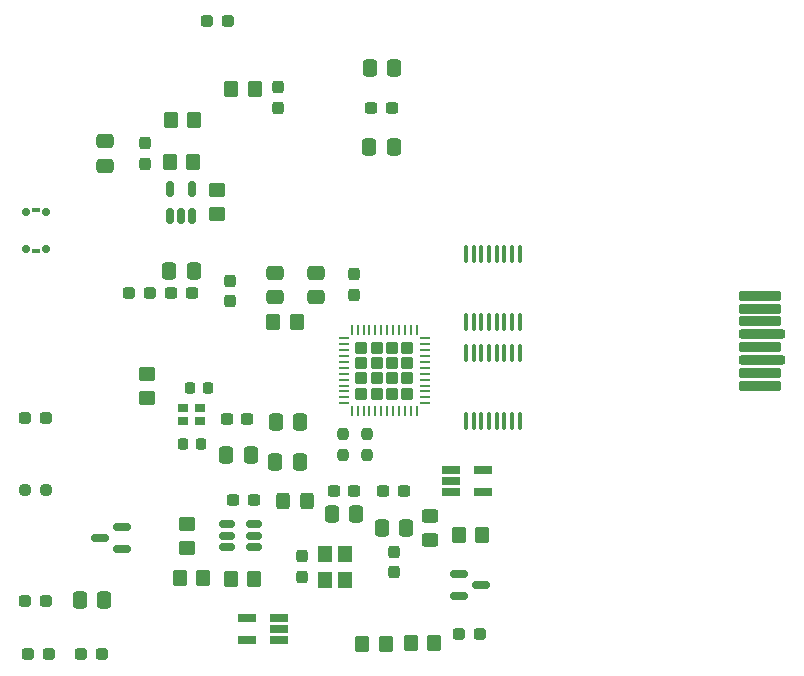
<source format=gbr>
%TF.GenerationSoftware,KiCad,Pcbnew,7.0.5*%
%TF.CreationDate,2023-07-15T17:05:49+09:00*%
%TF.ProjectId,sdmux4,73646d75-7834-42e6-9b69-6361645f7063,rev?*%
%TF.SameCoordinates,Original*%
%TF.FileFunction,Paste,Top*%
%TF.FilePolarity,Positive*%
%FSLAX46Y46*%
G04 Gerber Fmt 4.6, Leading zero omitted, Abs format (unit mm)*
G04 Created by KiCad (PCBNEW 7.0.5) date 2023-07-15 17:05:49*
%MOMM*%
%LPD*%
G01*
G04 APERTURE LIST*
G04 Aperture macros list*
%AMRoundRect*
0 Rectangle with rounded corners*
0 $1 Rounding radius*
0 $2 $3 $4 $5 $6 $7 $8 $9 X,Y pos of 4 corners*
0 Add a 4 corners polygon primitive as box body*
4,1,4,$2,$3,$4,$5,$6,$7,$8,$9,$2,$3,0*
0 Add four circle primitives for the rounded corners*
1,1,$1+$1,$2,$3*
1,1,$1+$1,$4,$5*
1,1,$1+$1,$6,$7*
1,1,$1+$1,$8,$9*
0 Add four rect primitives between the rounded corners*
20,1,$1+$1,$2,$3,$4,$5,0*
20,1,$1+$1,$4,$5,$6,$7,0*
20,1,$1+$1,$6,$7,$8,$9,0*
20,1,$1+$1,$8,$9,$2,$3,0*%
G04 Aperture macros list end*
%ADD10RoundRect,0.237500X0.237500X-0.300000X0.237500X0.300000X-0.237500X0.300000X-0.237500X-0.300000X0*%
%ADD11RoundRect,0.250000X-0.350000X-0.450000X0.350000X-0.450000X0.350000X0.450000X-0.350000X0.450000X0*%
%ADD12RoundRect,0.237500X0.287500X0.237500X-0.287500X0.237500X-0.287500X-0.237500X0.287500X-0.237500X0*%
%ADD13RoundRect,0.200000X-1.600000X0.200000X-1.600000X-0.200000X1.600000X-0.200000X1.600000X0.200000X0*%
%ADD14RoundRect,0.200000X-1.750000X0.200000X-1.750000X-0.200000X1.750000X-0.200000X1.750000X0.200000X0*%
%ADD15RoundRect,0.250000X0.350000X0.450000X-0.350000X0.450000X-0.350000X-0.450000X0.350000X-0.450000X0*%
%ADD16RoundRect,0.237500X-0.300000X-0.237500X0.300000X-0.237500X0.300000X0.237500X-0.300000X0.237500X0*%
%ADD17RoundRect,0.250000X-0.337500X-0.475000X0.337500X-0.475000X0.337500X0.475000X-0.337500X0.475000X0*%
%ADD18RoundRect,0.150000X-0.587500X-0.150000X0.587500X-0.150000X0.587500X0.150000X-0.587500X0.150000X0*%
%ADD19RoundRect,0.250000X0.337500X0.475000X-0.337500X0.475000X-0.337500X-0.475000X0.337500X-0.475000X0*%
%ADD20RoundRect,0.100000X-0.100000X0.637500X-0.100000X-0.637500X0.100000X-0.637500X0.100000X0.637500X0*%
%ADD21RoundRect,0.250000X0.270000X-0.270000X0.270000X0.270000X-0.270000X0.270000X-0.270000X-0.270000X0*%
%ADD22RoundRect,0.062500X0.062500X-0.375000X0.062500X0.375000X-0.062500X0.375000X-0.062500X-0.375000X0*%
%ADD23RoundRect,0.062500X0.375000X-0.062500X0.375000X0.062500X-0.375000X0.062500X-0.375000X-0.062500X0*%
%ADD24R,1.560000X0.650000*%
%ADD25R,0.900000X0.800000*%
%ADD26RoundRect,0.150000X-0.512500X-0.150000X0.512500X-0.150000X0.512500X0.150000X-0.512500X0.150000X0*%
%ADD27RoundRect,0.250000X-0.450000X0.350000X-0.450000X-0.350000X0.450000X-0.350000X0.450000X0.350000X0*%
%ADD28RoundRect,0.237500X-0.287500X-0.237500X0.287500X-0.237500X0.287500X0.237500X-0.287500X0.237500X0*%
%ADD29R,1.200000X1.400000*%
%ADD30RoundRect,0.150000X-0.150000X0.175000X-0.150000X-0.175000X0.150000X-0.175000X0.150000X0.175000X0*%
%ADD31RoundRect,0.087500X-0.262500X0.087500X-0.262500X-0.087500X0.262500X-0.087500X0.262500X0.087500X0*%
%ADD32RoundRect,0.250000X0.475000X-0.337500X0.475000X0.337500X-0.475000X0.337500X-0.475000X-0.337500X0*%
%ADD33RoundRect,0.225000X0.225000X0.250000X-0.225000X0.250000X-0.225000X-0.250000X0.225000X-0.250000X0*%
%ADD34RoundRect,0.150000X0.150000X-0.512500X0.150000X0.512500X-0.150000X0.512500X-0.150000X-0.512500X0*%
%ADD35RoundRect,0.250000X-0.325000X-0.450000X0.325000X-0.450000X0.325000X0.450000X-0.325000X0.450000X0*%
%ADD36RoundRect,0.250000X0.450000X-0.325000X0.450000X0.325000X-0.450000X0.325000X-0.450000X-0.325000X0*%
%ADD37RoundRect,0.237500X-0.237500X0.300000X-0.237500X-0.300000X0.237500X-0.300000X0.237500X0.300000X0*%
%ADD38RoundRect,0.237500X0.300000X0.237500X-0.300000X0.237500X-0.300000X-0.237500X0.300000X-0.237500X0*%
%ADD39RoundRect,0.237500X-0.237500X0.250000X-0.237500X-0.250000X0.237500X-0.250000X0.237500X0.250000X0*%
%ADD40RoundRect,0.250000X0.450000X-0.350000X0.450000X0.350000X-0.450000X0.350000X-0.450000X-0.350000X0*%
%ADD41RoundRect,0.237500X-0.237500X0.287500X-0.237500X-0.287500X0.237500X-0.287500X0.237500X0.287500X0*%
%ADD42RoundRect,0.237500X0.250000X0.237500X-0.250000X0.237500X-0.250000X-0.237500X0.250000X-0.237500X0*%
%ADD43RoundRect,0.150000X0.587500X0.150000X-0.587500X0.150000X-0.587500X-0.150000X0.587500X-0.150000X0*%
%ADD44RoundRect,0.225000X-0.225000X-0.250000X0.225000X-0.250000X0.225000X0.250000X-0.225000X0.250000X0*%
G04 APERTURE END LIST*
D10*
%TO.C,C408*%
X190937500Y-93555000D03*
X190937500Y-91830000D03*
%TD*%
D11*
%TO.C,R305*%
X175410000Y-78770000D03*
X177410000Y-78770000D03*
%TD*%
D12*
%TO.C,D301*%
X164875000Y-104000000D03*
X163125000Y-104000000D03*
%TD*%
D13*
%TO.C,J102*%
X225320000Y-93625000D03*
X225320000Y-94725000D03*
X225320000Y-95825000D03*
D14*
X225470000Y-96925000D03*
D13*
X225320000Y-98025000D03*
D14*
X225470000Y-99125000D03*
D13*
X225320000Y-100225000D03*
X225320000Y-101325000D03*
%TD*%
D15*
%TO.C,R304*%
X186090000Y-95850000D03*
X184090000Y-95850000D03*
%TD*%
D16*
%TO.C,C510*%
X189237500Y-110180000D03*
X190962500Y-110180000D03*
%TD*%
D10*
%TO.C,C303*%
X173280000Y-82462500D03*
X173280000Y-80737500D03*
%TD*%
D17*
%TO.C,C302*%
X175292500Y-91520000D03*
X177367500Y-91520000D03*
%TD*%
D18*
%TO.C,Q603*%
X199822500Y-117180000D03*
X199822500Y-119080000D03*
X201697500Y-118130000D03*
%TD*%
D19*
%TO.C,C411*%
X186377500Y-104320000D03*
X184302500Y-104320000D03*
%TD*%
D20*
%TO.C,U603*%
X204967000Y-98483500D03*
X204317000Y-98483500D03*
X203667000Y-98483500D03*
X203017000Y-98483500D03*
X202367000Y-98483500D03*
X201717000Y-98483500D03*
X201067000Y-98483500D03*
X200417000Y-98483500D03*
X200417000Y-104208500D03*
X201067000Y-104208500D03*
X201717000Y-104208500D03*
X202367000Y-104208500D03*
X203017000Y-104208500D03*
X203667000Y-104208500D03*
X204317000Y-104208500D03*
X204967000Y-104208500D03*
%TD*%
D16*
%TO.C,C301*%
X175467500Y-93450000D03*
X177192500Y-93450000D03*
%TD*%
D21*
%TO.C,U402*%
X191565000Y-101935000D03*
X192855000Y-101935000D03*
X194145000Y-101935000D03*
X195435000Y-101935000D03*
X191565000Y-100645000D03*
X192855000Y-100645000D03*
X194145000Y-100645000D03*
X195435000Y-100645000D03*
X191565000Y-99355000D03*
X192855000Y-99355000D03*
X194145000Y-99355000D03*
X195435000Y-99355000D03*
X191565000Y-98065000D03*
X192855000Y-98065000D03*
X194145000Y-98065000D03*
X195435000Y-98065000D03*
D22*
X190750000Y-103437500D03*
X191250000Y-103437500D03*
X191750000Y-103437500D03*
X192250000Y-103437500D03*
X192750000Y-103437500D03*
X193250000Y-103437500D03*
X193750000Y-103437500D03*
X194250000Y-103437500D03*
X194750000Y-103437500D03*
X195250000Y-103437500D03*
X195750000Y-103437500D03*
X196250000Y-103437500D03*
D23*
X196937500Y-102750000D03*
X196937500Y-102250000D03*
X196937500Y-101750000D03*
X196937500Y-101250000D03*
X196937500Y-100750000D03*
X196937500Y-100250000D03*
X196937500Y-99750000D03*
X196937500Y-99250000D03*
X196937500Y-98750000D03*
X196937500Y-98250000D03*
X196937500Y-97750000D03*
X196937500Y-97250000D03*
D22*
X196250000Y-96562500D03*
X195750000Y-96562500D03*
X195250000Y-96562500D03*
X194750000Y-96562500D03*
X194250000Y-96562500D03*
X193750000Y-96562500D03*
X193250000Y-96562500D03*
X192750000Y-96562500D03*
X192250000Y-96562500D03*
X191750000Y-96562500D03*
X191250000Y-96562500D03*
X190750000Y-96562500D03*
D23*
X190062500Y-97250000D03*
X190062500Y-97750000D03*
X190062500Y-98250000D03*
X190062500Y-98750000D03*
X190062500Y-99250000D03*
X190062500Y-99750000D03*
X190062500Y-100250000D03*
X190062500Y-100750000D03*
X190062500Y-101250000D03*
X190062500Y-101750000D03*
X190062500Y-102250000D03*
X190062500Y-102750000D03*
%TD*%
D24*
%TO.C,U601*%
X184560000Y-122810000D03*
X184560000Y-121860000D03*
X184560000Y-120910000D03*
X181860000Y-120910000D03*
X181860000Y-122810000D03*
%TD*%
D15*
%TO.C,R405*%
X182530000Y-76130000D03*
X180530000Y-76130000D03*
%TD*%
D25*
%TO.C,Y401*%
X177860000Y-103190000D03*
X176460000Y-103190000D03*
X176460000Y-104290000D03*
X177860000Y-104290000D03*
%TD*%
D19*
%TO.C,C104*%
X194307500Y-81090000D03*
X192232500Y-81090000D03*
%TD*%
D26*
%TO.C,U501*%
X180212500Y-113000000D03*
X180212500Y-113950000D03*
X180212500Y-114900000D03*
X182487500Y-114900000D03*
X182487500Y-113950000D03*
X182487500Y-113000000D03*
%TD*%
D27*
%TO.C,R303*%
X179320000Y-84700000D03*
X179320000Y-86700000D03*
%TD*%
D28*
%TO.C,D201*%
X163125000Y-119500000D03*
X164875000Y-119500000D03*
%TD*%
D29*
%TO.C,Y501*%
X188460000Y-115490000D03*
X188460000Y-117690000D03*
X190160000Y-117690000D03*
X190160000Y-115490000D03*
%TD*%
D11*
%TO.C,R302*%
X175340000Y-82310000D03*
X177340000Y-82310000D03*
%TD*%
D30*
%TO.C,SW301*%
X164830000Y-86525000D03*
X164830000Y-89675000D03*
X163130000Y-86525000D03*
X163130000Y-89675000D03*
D31*
X163980000Y-86375000D03*
X163980000Y-89825000D03*
%TD*%
D32*
%TO.C,C304*%
X169900000Y-82617500D03*
X169900000Y-80542500D03*
%TD*%
D33*
%TO.C,C403*%
X177985000Y-106160000D03*
X176435000Y-106160000D03*
%TD*%
D34*
%TO.C,U301*%
X175360000Y-86907500D03*
X176310000Y-86907500D03*
X177260000Y-86907500D03*
X177260000Y-84632500D03*
X175360000Y-84632500D03*
%TD*%
D35*
%TO.C,FB501*%
X184915000Y-110990000D03*
X186965000Y-110990000D03*
%TD*%
D15*
%TO.C,R601*%
X193620000Y-123100000D03*
X191620000Y-123100000D03*
%TD*%
D17*
%TO.C,C201*%
X167702500Y-119390000D03*
X169777500Y-119390000D03*
%TD*%
D36*
%TO.C,FB502*%
X197410000Y-114345000D03*
X197410000Y-112295000D03*
%TD*%
D12*
%TO.C,D302*%
X180275000Y-70400000D03*
X178525000Y-70400000D03*
%TD*%
D15*
%TO.C,R404*%
X201800000Y-113910000D03*
X199800000Y-113910000D03*
%TD*%
D19*
%TO.C,C103*%
X194357500Y-74360000D03*
X192282500Y-74360000D03*
%TD*%
D28*
%TO.C,D501*%
X167825000Y-124000000D03*
X169575000Y-124000000D03*
%TD*%
D37*
%TO.C,C504*%
X186510000Y-115717500D03*
X186510000Y-117442500D03*
%TD*%
D11*
%TO.C,R507*%
X180500000Y-117590000D03*
X182500000Y-117590000D03*
%TD*%
D20*
%TO.C,U602*%
X204967000Y-90101500D03*
X204317000Y-90101500D03*
X203667000Y-90101500D03*
X203017000Y-90101500D03*
X202367000Y-90101500D03*
X201717000Y-90101500D03*
X201067000Y-90101500D03*
X200417000Y-90101500D03*
X200417000Y-95826500D03*
X201067000Y-95826500D03*
X201717000Y-95826500D03*
X202367000Y-95826500D03*
X203017000Y-95826500D03*
X203667000Y-95826500D03*
X204317000Y-95826500D03*
X204967000Y-95826500D03*
%TD*%
D38*
%TO.C,C406*%
X181912500Y-104040000D03*
X180187500Y-104040000D03*
%TD*%
D15*
%TO.C,R506*%
X178170000Y-117560000D03*
X176170000Y-117560000D03*
%TD*%
D17*
%TO.C,C514*%
X193302500Y-113290000D03*
X195377500Y-113290000D03*
%TD*%
D11*
%TO.C,R606*%
X195740000Y-123070000D03*
X197740000Y-123070000D03*
%TD*%
D10*
%TO.C,C305*%
X180410000Y-94112500D03*
X180410000Y-92387500D03*
%TD*%
D12*
%TO.C,D601*%
X201575000Y-122310000D03*
X199825000Y-122310000D03*
%TD*%
D39*
%TO.C,R504*%
X190000000Y-105337500D03*
X190000000Y-107162500D03*
%TD*%
D40*
%TO.C,R502*%
X176790000Y-115010000D03*
X176790000Y-113010000D03*
%TD*%
D41*
%TO.C,D401*%
X184500000Y-75985000D03*
X184500000Y-77735000D03*
%TD*%
D32*
%TO.C,C410*%
X187707500Y-93770000D03*
X187707500Y-91695000D03*
%TD*%
D10*
%TO.C,C505*%
X194290000Y-117042500D03*
X194290000Y-115317500D03*
%TD*%
D32*
%TO.C,C412*%
X184237500Y-93790000D03*
X184237500Y-91715000D03*
%TD*%
D42*
%TO.C,R203*%
X164902500Y-110120000D03*
X163077500Y-110120000D03*
%TD*%
D43*
%TO.C,Q201*%
X171327500Y-115090000D03*
X171327500Y-113190000D03*
X169452500Y-114140000D03*
%TD*%
D40*
%TO.C,R401*%
X173440000Y-102310000D03*
X173440000Y-100310000D03*
%TD*%
D38*
%TO.C,C102*%
X194132500Y-77710000D03*
X192407500Y-77710000D03*
%TD*%
D28*
%TO.C,D502*%
X163325000Y-124000000D03*
X165075000Y-124000000D03*
%TD*%
D44*
%TO.C,C404*%
X177065000Y-101450000D03*
X178615000Y-101450000D03*
%TD*%
D39*
%TO.C,R505*%
X192000000Y-105337500D03*
X192000000Y-107162500D03*
%TD*%
D17*
%TO.C,C513*%
X189052500Y-112100000D03*
X191127500Y-112100000D03*
%TD*%
D28*
%TO.C,FB301*%
X171895000Y-93420000D03*
X173645000Y-93420000D03*
%TD*%
D16*
%TO.C,C511*%
X193407500Y-110170000D03*
X195132500Y-110170000D03*
%TD*%
D19*
%TO.C,C402*%
X182217500Y-107110000D03*
X180142500Y-107110000D03*
%TD*%
%TO.C,C409*%
X186347500Y-107760000D03*
X184272500Y-107760000D03*
%TD*%
D38*
%TO.C,C502*%
X182442500Y-110970000D03*
X180717500Y-110970000D03*
%TD*%
D24*
%TO.C,U401*%
X199130000Y-108380000D03*
X199130000Y-109330000D03*
X199130000Y-110280000D03*
X201830000Y-110280000D03*
X201830000Y-108380000D03*
%TD*%
M02*

</source>
